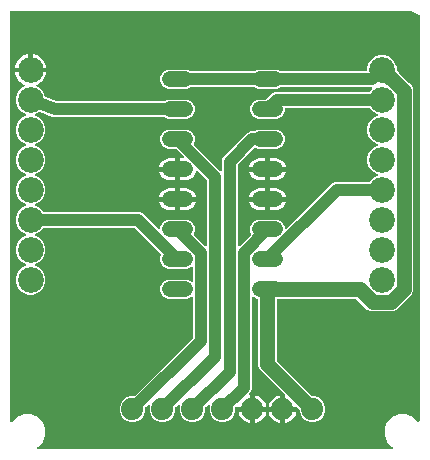
<source format=gbr>
G04 EAGLE Gerber X2 export*
%TF.Part,Single*%
%TF.FileFunction,Copper,L2,Bot,Mixed*%
%TF.FilePolarity,Positive*%
%TF.GenerationSoftware,Autodesk,EAGLE,8.6.0*%
%TF.CreationDate,2018-02-28T16:01:23Z*%
G75*
%MOMM*%
%FSLAX34Y34*%
%LPD*%
%AMOC8*
5,1,8,0,0,1.08239X$1,22.5*%
G01*
%ADD10C,1.320800*%
%ADD11C,1.879600*%
%ADD12C,2.184400*%
%ADD13C,1.016000*%
%ADD14C,1.270000*%

G36*
X320983Y4450D02*
X320983Y4450D01*
X321015Y4448D01*
X321122Y4470D01*
X321231Y4486D01*
X321260Y4499D01*
X321292Y4505D01*
X321388Y4557D01*
X321488Y4602D01*
X321512Y4623D01*
X321541Y4638D01*
X321619Y4714D01*
X321702Y4785D01*
X321720Y4812D01*
X321743Y4835D01*
X321796Y4930D01*
X321856Y5021D01*
X321866Y5052D01*
X321882Y5080D01*
X321907Y5187D01*
X321939Y5291D01*
X321939Y5323D01*
X321947Y5354D01*
X321941Y5464D01*
X321942Y5573D01*
X321934Y5604D01*
X321932Y5636D01*
X321896Y5739D01*
X321867Y5845D01*
X321850Y5872D01*
X321840Y5903D01*
X321786Y5976D01*
X321719Y6085D01*
X321683Y6117D01*
X321658Y6152D01*
X317347Y10462D01*
X315039Y16034D01*
X315039Y22066D01*
X317347Y27638D01*
X321612Y31903D01*
X327184Y34211D01*
X333216Y34211D01*
X338788Y31903D01*
X343048Y27642D01*
X343074Y27623D01*
X343095Y27598D01*
X343187Y27538D01*
X343274Y27473D01*
X343304Y27461D01*
X343331Y27444D01*
X343436Y27412D01*
X343538Y27373D01*
X343570Y27371D01*
X343601Y27361D01*
X343710Y27360D01*
X343819Y27351D01*
X343851Y27358D01*
X343883Y27358D01*
X343988Y27387D01*
X344095Y27409D01*
X344124Y27424D01*
X344155Y27433D01*
X344248Y27490D01*
X344344Y27541D01*
X344367Y27564D01*
X344395Y27581D01*
X344468Y27662D01*
X344546Y27738D01*
X344562Y27766D01*
X344584Y27790D01*
X344631Y27889D01*
X344685Y27984D01*
X344693Y28015D01*
X344707Y28044D01*
X344721Y28133D01*
X344750Y28258D01*
X344748Y28307D01*
X344754Y28349D01*
X344754Y371047D01*
X344738Y371161D01*
X344728Y371276D01*
X344718Y371301D01*
X344714Y371327D01*
X344667Y371432D01*
X344625Y371539D01*
X344609Y371560D01*
X344598Y371584D01*
X344523Y371671D01*
X344453Y371762D01*
X344433Y371777D01*
X344415Y371798D01*
X344270Y371893D01*
X344202Y371941D01*
X336997Y375544D01*
X336924Y375568D01*
X336855Y375602D01*
X336796Y375611D01*
X336729Y375633D01*
X336629Y375637D01*
X336550Y375649D01*
X-905Y375649D01*
X-969Y375640D01*
X-1033Y375641D01*
X-1108Y375620D01*
X-1184Y375609D01*
X-1243Y375583D01*
X-1305Y375566D01*
X-1371Y375525D01*
X-1441Y375493D01*
X-1490Y375451D01*
X-1545Y375418D01*
X-1597Y375360D01*
X-1655Y375310D01*
X-1691Y375256D01*
X-1734Y375208D01*
X-1767Y375139D01*
X-1810Y375074D01*
X-1829Y375012D01*
X-1857Y374955D01*
X-1868Y374885D01*
X-1892Y374804D01*
X-1893Y374719D01*
X-1904Y374650D01*
X-1904Y28299D01*
X-1900Y28267D01*
X-1902Y28235D01*
X-1880Y28128D01*
X-1864Y28019D01*
X-1851Y27990D01*
X-1845Y27958D01*
X-1793Y27862D01*
X-1748Y27762D01*
X-1727Y27738D01*
X-1712Y27709D01*
X-1636Y27631D01*
X-1565Y27548D01*
X-1538Y27530D01*
X-1515Y27507D01*
X-1420Y27454D01*
X-1329Y27394D01*
X-1298Y27384D01*
X-1270Y27368D01*
X-1164Y27343D01*
X-1059Y27311D01*
X-1027Y27311D01*
X-996Y27303D01*
X-886Y27309D01*
X-777Y27308D01*
X-746Y27316D01*
X-714Y27318D01*
X-611Y27354D01*
X-505Y27383D01*
X-478Y27400D01*
X-447Y27410D01*
X-374Y27464D01*
X-265Y27531D01*
X-233Y27567D01*
X-198Y27592D01*
X4112Y31903D01*
X9684Y34211D01*
X15716Y34211D01*
X21288Y31903D01*
X25553Y27638D01*
X27861Y22066D01*
X27861Y16034D01*
X25553Y10462D01*
X21242Y6152D01*
X21223Y6126D01*
X21198Y6105D01*
X21138Y6013D01*
X21073Y5926D01*
X21061Y5896D01*
X21044Y5869D01*
X21012Y5764D01*
X20973Y5662D01*
X20971Y5630D01*
X20961Y5599D01*
X20960Y5490D01*
X20951Y5381D01*
X20958Y5349D01*
X20958Y5317D01*
X20987Y5212D01*
X21009Y5105D01*
X21024Y5076D01*
X21033Y5045D01*
X21090Y4952D01*
X21141Y4856D01*
X21164Y4833D01*
X21181Y4805D01*
X21262Y4732D01*
X21338Y4654D01*
X21366Y4638D01*
X21390Y4616D01*
X21489Y4569D01*
X21584Y4515D01*
X21615Y4507D01*
X21644Y4493D01*
X21733Y4479D01*
X21858Y4450D01*
X21907Y4452D01*
X21949Y4446D01*
X320951Y4446D01*
X320983Y4450D01*
G37*
%LPC*%
G36*
X99427Y27177D02*
X99427Y27177D01*
X95413Y28840D01*
X92340Y31913D01*
X90677Y35927D01*
X90677Y40273D01*
X92340Y44287D01*
X95413Y47360D01*
X99427Y49023D01*
X102768Y49023D01*
X102863Y49036D01*
X102959Y49041D01*
X103003Y49056D01*
X103048Y49063D01*
X103135Y49102D01*
X103226Y49134D01*
X103260Y49159D01*
X103304Y49179D01*
X103402Y49262D01*
X103475Y49315D01*
X152615Y98455D01*
X152672Y98532D01*
X152737Y98603D01*
X152757Y98644D01*
X152784Y98681D01*
X152818Y98771D01*
X152860Y98857D01*
X152866Y98899D01*
X152883Y98945D01*
X152893Y99072D01*
X152907Y99162D01*
X152907Y132395D01*
X152903Y132427D01*
X152905Y132459D01*
X152883Y132566D01*
X152867Y132674D01*
X152854Y132704D01*
X152848Y132735D01*
X152796Y132832D01*
X152751Y132931D01*
X152730Y132956D01*
X152715Y132984D01*
X152639Y133063D01*
X152568Y133146D01*
X152541Y133163D01*
X152518Y133186D01*
X152423Y133240D01*
X152332Y133300D01*
X152301Y133309D01*
X152273Y133325D01*
X152167Y133350D01*
X152062Y133382D01*
X152030Y133383D01*
X151998Y133390D01*
X151889Y133385D01*
X151780Y133386D01*
X151749Y133378D01*
X151717Y133376D01*
X151614Y133340D01*
X151508Y133311D01*
X151481Y133294D01*
X151450Y133283D01*
X151377Y133230D01*
X151268Y133163D01*
X151236Y133127D01*
X151201Y133102D01*
X150909Y132809D01*
X147921Y131571D01*
X131479Y131571D01*
X128491Y132809D01*
X126205Y135095D01*
X124967Y138083D01*
X124967Y141317D01*
X126205Y144305D01*
X128491Y146591D01*
X131479Y147829D01*
X147921Y147829D01*
X150909Y146591D01*
X151201Y146298D01*
X151227Y146279D01*
X151248Y146254D01*
X151340Y146195D01*
X151427Y146129D01*
X151457Y146118D01*
X151484Y146100D01*
X151589Y146068D01*
X151691Y146030D01*
X151723Y146027D01*
X151754Y146018D01*
X151863Y146016D01*
X151972Y146008D01*
X152004Y146014D01*
X152036Y146014D01*
X152141Y146043D01*
X152248Y146065D01*
X152277Y146080D01*
X152308Y146089D01*
X152401Y146147D01*
X152497Y146198D01*
X152520Y146220D01*
X152548Y146237D01*
X152621Y146318D01*
X152699Y146395D01*
X152715Y146423D01*
X152737Y146447D01*
X152784Y146545D01*
X152838Y146640D01*
X152846Y146671D01*
X152860Y146700D01*
X152874Y146790D01*
X152903Y146914D01*
X152901Y146963D01*
X152907Y147005D01*
X152907Y157795D01*
X152903Y157827D01*
X152905Y157859D01*
X152883Y157966D01*
X152867Y158074D01*
X152854Y158104D01*
X152848Y158135D01*
X152796Y158232D01*
X152751Y158331D01*
X152730Y158356D01*
X152715Y158384D01*
X152639Y158463D01*
X152568Y158546D01*
X152541Y158563D01*
X152518Y158586D01*
X152423Y158640D01*
X152332Y158700D01*
X152301Y158709D01*
X152273Y158725D01*
X152167Y158750D01*
X152062Y158782D01*
X152030Y158783D01*
X151998Y158790D01*
X151889Y158785D01*
X151780Y158786D01*
X151749Y158778D01*
X151717Y158776D01*
X151614Y158740D01*
X151508Y158711D01*
X151481Y158694D01*
X151450Y158683D01*
X151377Y158630D01*
X151268Y158563D01*
X151236Y158527D01*
X151201Y158502D01*
X150909Y158209D01*
X147921Y156971D01*
X131479Y156971D01*
X128491Y158209D01*
X126205Y160495D01*
X124967Y163483D01*
X124967Y166717D01*
X125818Y168770D01*
X125820Y168779D01*
X125825Y168787D01*
X125855Y168916D01*
X125888Y169043D01*
X125887Y169052D01*
X125890Y169061D01*
X125883Y169194D01*
X125879Y169325D01*
X125876Y169334D01*
X125875Y169343D01*
X125832Y169468D01*
X125791Y169593D01*
X125786Y169601D01*
X125783Y169610D01*
X125737Y169672D01*
X125632Y169826D01*
X125614Y169841D01*
X125601Y169859D01*
X103907Y191553D01*
X103830Y191610D01*
X103759Y191675D01*
X103718Y191695D01*
X103681Y191722D01*
X103591Y191756D01*
X103505Y191798D01*
X103463Y191804D01*
X103417Y191821D01*
X103290Y191831D01*
X103200Y191845D01*
X26654Y191845D01*
X26644Y191844D01*
X26634Y191845D01*
X26504Y191824D01*
X26375Y191805D01*
X26366Y191801D01*
X26356Y191800D01*
X26237Y191743D01*
X26118Y191689D01*
X26110Y191683D01*
X26101Y191678D01*
X26003Y191591D01*
X25951Y191546D01*
X25942Y191540D01*
X25935Y191533D01*
X25904Y191506D01*
X25898Y191497D01*
X25891Y191491D01*
X25887Y191485D01*
X22301Y187898D01*
X19343Y186673D01*
X19315Y186657D01*
X19285Y186647D01*
X19194Y186585D01*
X19100Y186530D01*
X19078Y186506D01*
X19052Y186488D01*
X18982Y186404D01*
X18907Y186324D01*
X18893Y186295D01*
X18872Y186270D01*
X18829Y186170D01*
X18780Y186072D01*
X18774Y186041D01*
X18761Y186011D01*
X18748Y185903D01*
X18727Y185795D01*
X18730Y185763D01*
X18726Y185731D01*
X18744Y185623D01*
X18754Y185515D01*
X18766Y185485D01*
X18771Y185453D01*
X18818Y185354D01*
X18859Y185253D01*
X18879Y185227D01*
X18893Y185198D01*
X18965Y185116D01*
X19032Y185030D01*
X19059Y185011D01*
X19080Y184987D01*
X19157Y184940D01*
X19261Y184865D01*
X19307Y184849D01*
X19343Y184827D01*
X22301Y183602D01*
X25802Y180101D01*
X27697Y175526D01*
X27697Y170574D01*
X25802Y165999D01*
X22301Y162498D01*
X19343Y161273D01*
X19315Y161257D01*
X19285Y161247D01*
X19194Y161185D01*
X19100Y161130D01*
X19078Y161106D01*
X19052Y161088D01*
X18982Y161004D01*
X18907Y160924D01*
X18893Y160895D01*
X18872Y160870D01*
X18829Y160770D01*
X18780Y160672D01*
X18774Y160641D01*
X18761Y160611D01*
X18748Y160503D01*
X18727Y160395D01*
X18730Y160363D01*
X18726Y160331D01*
X18744Y160223D01*
X18754Y160115D01*
X18766Y160085D01*
X18771Y160053D01*
X18818Y159954D01*
X18859Y159853D01*
X18879Y159827D01*
X18893Y159798D01*
X18965Y159716D01*
X19032Y159630D01*
X19059Y159611D01*
X19080Y159587D01*
X19157Y159540D01*
X19261Y159465D01*
X19307Y159449D01*
X19343Y159427D01*
X22301Y158202D01*
X25802Y154701D01*
X27697Y150126D01*
X27697Y145174D01*
X25802Y140599D01*
X22301Y137098D01*
X17726Y135203D01*
X12774Y135203D01*
X8199Y137098D01*
X4698Y140599D01*
X2803Y145174D01*
X2803Y150126D01*
X4698Y154701D01*
X8199Y158202D01*
X11157Y159427D01*
X11185Y159443D01*
X11215Y159453D01*
X11306Y159515D01*
X11400Y159570D01*
X11422Y159594D01*
X11448Y159612D01*
X11518Y159697D01*
X11593Y159776D01*
X11607Y159805D01*
X11628Y159830D01*
X11671Y159930D01*
X11720Y160028D01*
X11726Y160059D01*
X11739Y160089D01*
X11752Y160197D01*
X11773Y160305D01*
X11770Y160337D01*
X11774Y160369D01*
X11756Y160477D01*
X11746Y160585D01*
X11734Y160615D01*
X11729Y160647D01*
X11682Y160746D01*
X11641Y160847D01*
X11621Y160873D01*
X11607Y160902D01*
X11535Y160984D01*
X11468Y161070D01*
X11441Y161089D01*
X11420Y161113D01*
X11343Y161160D01*
X11239Y161235D01*
X11193Y161251D01*
X11157Y161273D01*
X8199Y162498D01*
X4698Y165999D01*
X2803Y170574D01*
X2803Y175526D01*
X4698Y180101D01*
X8199Y183602D01*
X11157Y184827D01*
X11185Y184843D01*
X11215Y184853D01*
X11306Y184915D01*
X11400Y184970D01*
X11422Y184994D01*
X11448Y185012D01*
X11518Y185097D01*
X11593Y185176D01*
X11607Y185205D01*
X11628Y185230D01*
X11671Y185330D01*
X11720Y185428D01*
X11726Y185459D01*
X11739Y185489D01*
X11752Y185597D01*
X11773Y185705D01*
X11770Y185737D01*
X11774Y185769D01*
X11756Y185877D01*
X11746Y185985D01*
X11734Y186015D01*
X11729Y186047D01*
X11682Y186146D01*
X11641Y186247D01*
X11621Y186273D01*
X11607Y186302D01*
X11535Y186384D01*
X11468Y186470D01*
X11441Y186489D01*
X11420Y186513D01*
X11343Y186560D01*
X11239Y186635D01*
X11193Y186651D01*
X11157Y186673D01*
X8199Y187898D01*
X4698Y191399D01*
X2803Y195974D01*
X2803Y200926D01*
X4698Y205501D01*
X8199Y209002D01*
X11157Y210227D01*
X11185Y210243D01*
X11215Y210253D01*
X11306Y210315D01*
X11400Y210370D01*
X11422Y210394D01*
X11448Y210412D01*
X11518Y210497D01*
X11593Y210576D01*
X11607Y210605D01*
X11628Y210630D01*
X11671Y210730D01*
X11720Y210828D01*
X11726Y210859D01*
X11739Y210889D01*
X11752Y210997D01*
X11773Y211105D01*
X11770Y211137D01*
X11774Y211169D01*
X11756Y211277D01*
X11746Y211385D01*
X11734Y211415D01*
X11729Y211447D01*
X11682Y211546D01*
X11641Y211647D01*
X11621Y211673D01*
X11607Y211702D01*
X11535Y211784D01*
X11468Y211870D01*
X11441Y211889D01*
X11420Y211913D01*
X11343Y211960D01*
X11239Y212035D01*
X11193Y212051D01*
X11157Y212073D01*
X8199Y213298D01*
X4698Y216799D01*
X2803Y221374D01*
X2803Y226326D01*
X4698Y230901D01*
X8199Y234402D01*
X11157Y235627D01*
X11185Y235643D01*
X11215Y235653D01*
X11306Y235715D01*
X11400Y235770D01*
X11422Y235794D01*
X11448Y235812D01*
X11518Y235897D01*
X11593Y235976D01*
X11607Y236005D01*
X11628Y236030D01*
X11671Y236130D01*
X11720Y236228D01*
X11726Y236259D01*
X11739Y236289D01*
X11752Y236397D01*
X11773Y236505D01*
X11770Y236537D01*
X11774Y236569D01*
X11756Y236677D01*
X11746Y236785D01*
X11734Y236815D01*
X11729Y236847D01*
X11682Y236946D01*
X11641Y237047D01*
X11621Y237073D01*
X11607Y237102D01*
X11535Y237184D01*
X11468Y237270D01*
X11441Y237289D01*
X11420Y237313D01*
X11343Y237360D01*
X11239Y237435D01*
X11193Y237451D01*
X11157Y237473D01*
X8199Y238698D01*
X4698Y242199D01*
X2803Y246774D01*
X2803Y251726D01*
X4698Y256301D01*
X8199Y259802D01*
X11157Y261027D01*
X11185Y261043D01*
X11215Y261053D01*
X11306Y261115D01*
X11400Y261170D01*
X11422Y261194D01*
X11448Y261212D01*
X11518Y261297D01*
X11593Y261376D01*
X11607Y261405D01*
X11628Y261430D01*
X11671Y261530D01*
X11720Y261628D01*
X11726Y261659D01*
X11739Y261689D01*
X11752Y261797D01*
X11773Y261905D01*
X11770Y261937D01*
X11774Y261969D01*
X11756Y262077D01*
X11746Y262185D01*
X11734Y262215D01*
X11729Y262247D01*
X11682Y262346D01*
X11641Y262447D01*
X11621Y262473D01*
X11607Y262502D01*
X11535Y262584D01*
X11468Y262670D01*
X11441Y262689D01*
X11420Y262713D01*
X11343Y262760D01*
X11239Y262835D01*
X11193Y262851D01*
X11157Y262873D01*
X8199Y264098D01*
X4698Y267599D01*
X2803Y272174D01*
X2803Y277126D01*
X4698Y281701D01*
X8199Y285202D01*
X11157Y286427D01*
X11185Y286443D01*
X11215Y286453D01*
X11306Y286515D01*
X11400Y286570D01*
X11422Y286594D01*
X11448Y286612D01*
X11518Y286697D01*
X11593Y286776D01*
X11607Y286805D01*
X11628Y286830D01*
X11671Y286930D01*
X11720Y287028D01*
X11726Y287059D01*
X11739Y287089D01*
X11752Y287197D01*
X11773Y287305D01*
X11770Y287337D01*
X11774Y287369D01*
X11756Y287477D01*
X11746Y287585D01*
X11734Y287615D01*
X11729Y287647D01*
X11682Y287746D01*
X11641Y287847D01*
X11621Y287873D01*
X11607Y287902D01*
X11535Y287984D01*
X11468Y288070D01*
X11441Y288089D01*
X11420Y288113D01*
X11343Y288160D01*
X11239Y288235D01*
X11193Y288251D01*
X11157Y288273D01*
X8199Y289498D01*
X4698Y292999D01*
X2803Y297574D01*
X2803Y302526D01*
X4698Y307101D01*
X8199Y310602D01*
X9803Y311266D01*
X9918Y311334D01*
X10034Y311401D01*
X10039Y311406D01*
X10046Y311410D01*
X10137Y311507D01*
X10230Y311604D01*
X10234Y311610D01*
X10239Y311615D01*
X10299Y311734D01*
X10362Y311853D01*
X10363Y311860D01*
X10366Y311867D01*
X10391Y311999D01*
X10418Y312130D01*
X10417Y312137D01*
X10419Y312144D01*
X10406Y312277D01*
X10395Y312411D01*
X10392Y312417D01*
X10392Y312425D01*
X10342Y312549D01*
X10294Y312674D01*
X10290Y312680D01*
X10287Y312687D01*
X10205Y312792D01*
X10124Y312899D01*
X10118Y312903D01*
X10114Y312909D01*
X9934Y313038D01*
X9929Y313043D01*
X9924Y313046D01*
X9885Y313074D01*
X9879Y313076D01*
X9874Y313080D01*
X8194Y313936D01*
X6480Y315181D01*
X4981Y316680D01*
X3736Y318394D01*
X2774Y320282D01*
X2119Y322298D01*
X1936Y323451D01*
X14250Y323451D01*
X14313Y323460D01*
X14378Y323459D01*
X14452Y323480D01*
X14529Y323491D01*
X14588Y323517D01*
X14650Y323534D01*
X14716Y323575D01*
X14786Y323607D01*
X14835Y323649D01*
X14890Y323682D01*
X14941Y323740D01*
X15000Y323790D01*
X15036Y323844D01*
X15079Y323892D01*
X15112Y323961D01*
X15155Y324026D01*
X15174Y324088D01*
X15202Y324145D01*
X15212Y324215D01*
X15237Y324296D01*
X15238Y324381D01*
X15249Y324450D01*
X15249Y325451D01*
X15251Y325451D01*
X15251Y324450D01*
X15260Y324386D01*
X15259Y324322D01*
X15280Y324247D01*
X15291Y324171D01*
X15317Y324112D01*
X15334Y324050D01*
X15375Y323984D01*
X15407Y323914D01*
X15449Y323865D01*
X15482Y323810D01*
X15540Y323758D01*
X15590Y323700D01*
X15644Y323664D01*
X15692Y323621D01*
X15761Y323588D01*
X15826Y323545D01*
X15888Y323526D01*
X15946Y323498D01*
X16015Y323487D01*
X16096Y323463D01*
X16181Y323462D01*
X16250Y323451D01*
X28564Y323451D01*
X28391Y322361D01*
X28381Y322298D01*
X27726Y320282D01*
X26764Y318394D01*
X25519Y316680D01*
X24020Y315181D01*
X22306Y313936D01*
X20626Y313080D01*
X20598Y313060D01*
X20593Y313058D01*
X20586Y313051D01*
X20516Y313002D01*
X20406Y312927D01*
X20401Y312921D01*
X20395Y312917D01*
X20312Y312813D01*
X20226Y312709D01*
X20223Y312703D01*
X20219Y312697D01*
X20168Y312573D01*
X20115Y312450D01*
X20114Y312443D01*
X20111Y312436D01*
X20097Y312303D01*
X20080Y312170D01*
X20082Y312163D01*
X20081Y312156D01*
X20104Y312024D01*
X20125Y311892D01*
X20129Y311885D01*
X20130Y311878D01*
X20189Y311759D01*
X20246Y311637D01*
X20251Y311632D01*
X20254Y311625D01*
X20345Y311527D01*
X20434Y311426D01*
X20440Y311423D01*
X20445Y311417D01*
X20686Y311271D01*
X20692Y311269D01*
X20697Y311266D01*
X22301Y310602D01*
X25802Y307101D01*
X27646Y302648D01*
X27701Y302556D01*
X27749Y302460D01*
X27772Y302435D01*
X27790Y302405D01*
X27868Y302332D01*
X27941Y302254D01*
X27969Y302237D01*
X27995Y302212D01*
X28128Y302145D01*
X28207Y302099D01*
X36764Y298773D01*
X36794Y298766D01*
X36821Y298752D01*
X36911Y298738D01*
X37039Y298709D01*
X37085Y298711D01*
X37126Y298705D01*
X127791Y298705D01*
X127886Y298718D01*
X127982Y298723D01*
X128025Y298738D01*
X128070Y298745D01*
X128158Y298784D01*
X128249Y298816D01*
X128283Y298841D01*
X128327Y298861D01*
X128424Y298944D01*
X128486Y298989D01*
X131479Y300229D01*
X147921Y300229D01*
X150909Y298991D01*
X153195Y296705D01*
X154433Y293717D01*
X154433Y290483D01*
X153195Y287495D01*
X150909Y285209D01*
X147921Y283971D01*
X131479Y283971D01*
X128487Y285211D01*
X128421Y285260D01*
X128349Y285325D01*
X128309Y285345D01*
X128272Y285372D01*
X128182Y285406D01*
X128096Y285448D01*
X128054Y285454D01*
X128008Y285471D01*
X127881Y285481D01*
X127791Y285495D01*
X35783Y285495D01*
X35772Y285494D01*
X35761Y285495D01*
X34468Y285467D01*
X34440Y285473D01*
X33249Y285966D01*
X33238Y285969D01*
X33229Y285974D01*
X23433Y289783D01*
X23430Y289784D01*
X23300Y289814D01*
X23158Y289848D01*
X23157Y289847D01*
X23155Y289848D01*
X23020Y289841D01*
X22877Y289833D01*
X22875Y289833D01*
X22874Y289833D01*
X22740Y289786D01*
X22610Y289741D01*
X22609Y289740D01*
X22608Y289739D01*
X22378Y289575D01*
X22370Y289566D01*
X22361Y289559D01*
X22300Y289498D01*
X19343Y288273D01*
X19315Y288257D01*
X19285Y288247D01*
X19194Y288185D01*
X19100Y288130D01*
X19078Y288106D01*
X19052Y288088D01*
X18982Y288004D01*
X18907Y287924D01*
X18893Y287895D01*
X18872Y287870D01*
X18829Y287770D01*
X18780Y287672D01*
X18774Y287641D01*
X18761Y287611D01*
X18748Y287503D01*
X18727Y287395D01*
X18730Y287363D01*
X18726Y287331D01*
X18744Y287223D01*
X18754Y287115D01*
X18766Y287085D01*
X18771Y287053D01*
X18818Y286954D01*
X18859Y286853D01*
X18879Y286827D01*
X18893Y286798D01*
X18965Y286716D01*
X19032Y286630D01*
X19059Y286611D01*
X19080Y286587D01*
X19157Y286540D01*
X19261Y286465D01*
X19307Y286449D01*
X19343Y286427D01*
X22301Y285202D01*
X25802Y281701D01*
X27697Y277126D01*
X27697Y272174D01*
X25802Y267599D01*
X22301Y264098D01*
X19343Y262873D01*
X19315Y262857D01*
X19285Y262847D01*
X19194Y262785D01*
X19100Y262730D01*
X19078Y262706D01*
X19052Y262688D01*
X18982Y262604D01*
X18907Y262524D01*
X18893Y262495D01*
X18872Y262470D01*
X18829Y262370D01*
X18780Y262272D01*
X18774Y262241D01*
X18761Y262211D01*
X18748Y262103D01*
X18727Y261995D01*
X18730Y261963D01*
X18726Y261931D01*
X18744Y261823D01*
X18754Y261715D01*
X18766Y261685D01*
X18771Y261653D01*
X18818Y261554D01*
X18859Y261453D01*
X18879Y261427D01*
X18893Y261398D01*
X18965Y261316D01*
X19032Y261230D01*
X19059Y261211D01*
X19080Y261187D01*
X19157Y261140D01*
X19261Y261065D01*
X19307Y261049D01*
X19343Y261027D01*
X22301Y259802D01*
X25802Y256301D01*
X27697Y251726D01*
X27697Y246774D01*
X25802Y242199D01*
X22301Y238698D01*
X19343Y237473D01*
X19315Y237457D01*
X19285Y237447D01*
X19194Y237385D01*
X19100Y237330D01*
X19078Y237306D01*
X19052Y237288D01*
X18982Y237204D01*
X18907Y237124D01*
X18893Y237095D01*
X18872Y237070D01*
X18829Y236970D01*
X18780Y236872D01*
X18774Y236841D01*
X18761Y236811D01*
X18748Y236703D01*
X18727Y236595D01*
X18730Y236563D01*
X18726Y236531D01*
X18744Y236423D01*
X18754Y236315D01*
X18766Y236285D01*
X18771Y236253D01*
X18818Y236154D01*
X18859Y236053D01*
X18879Y236027D01*
X18893Y235998D01*
X18965Y235916D01*
X19032Y235830D01*
X19059Y235811D01*
X19080Y235787D01*
X19157Y235740D01*
X19261Y235665D01*
X19307Y235649D01*
X19343Y235627D01*
X22301Y234402D01*
X25802Y230901D01*
X27697Y226326D01*
X27697Y221374D01*
X25802Y216799D01*
X22301Y213298D01*
X19343Y212073D01*
X19315Y212057D01*
X19285Y212047D01*
X19194Y211985D01*
X19100Y211930D01*
X19078Y211906D01*
X19052Y211888D01*
X18982Y211804D01*
X18907Y211724D01*
X18893Y211695D01*
X18872Y211670D01*
X18829Y211570D01*
X18780Y211472D01*
X18774Y211441D01*
X18761Y211411D01*
X18748Y211303D01*
X18727Y211195D01*
X18730Y211163D01*
X18726Y211131D01*
X18744Y211023D01*
X18754Y210915D01*
X18766Y210885D01*
X18771Y210853D01*
X18818Y210754D01*
X18859Y210653D01*
X18879Y210627D01*
X18893Y210598D01*
X18965Y210516D01*
X19032Y210430D01*
X19059Y210411D01*
X19080Y210387D01*
X19157Y210340D01*
X19261Y210265D01*
X19307Y210249D01*
X19343Y210227D01*
X22301Y209002D01*
X25884Y205418D01*
X25886Y205414D01*
X25903Y205399D01*
X25942Y205360D01*
X25967Y205341D01*
X25984Y205326D01*
X26079Y205237D01*
X26088Y205232D01*
X26096Y205225D01*
X26214Y205168D01*
X26331Y205109D01*
X26341Y205107D01*
X26350Y205102D01*
X26427Y205090D01*
X26608Y205056D01*
X26632Y205058D01*
X26654Y205055D01*
X107664Y205055D01*
X110091Y204049D01*
X123261Y190879D01*
X123287Y190860D01*
X123308Y190835D01*
X123400Y190775D01*
X123487Y190710D01*
X123517Y190698D01*
X123544Y190681D01*
X123649Y190649D01*
X123751Y190610D01*
X123783Y190608D01*
X123814Y190598D01*
X123923Y190597D01*
X124032Y190588D01*
X124064Y190595D01*
X124096Y190595D01*
X124201Y190624D01*
X124308Y190646D01*
X124337Y190661D01*
X124368Y190670D01*
X124461Y190727D01*
X124557Y190779D01*
X124580Y190801D01*
X124608Y190818D01*
X124681Y190899D01*
X124759Y190975D01*
X124775Y191003D01*
X124797Y191027D01*
X124844Y191126D01*
X124898Y191221D01*
X124906Y191252D01*
X124920Y191281D01*
X124934Y191370D01*
X124963Y191495D01*
X124961Y191544D01*
X124967Y191586D01*
X124967Y192117D01*
X126205Y195105D01*
X128491Y197391D01*
X131479Y198629D01*
X147921Y198629D01*
X150909Y197391D01*
X153195Y195105D01*
X154433Y192117D01*
X154433Y188883D01*
X153548Y186748D01*
X153546Y186738D01*
X153541Y186730D01*
X153511Y186601D01*
X153478Y186474D01*
X153478Y186465D01*
X153476Y186456D01*
X153483Y186323D01*
X153487Y186193D01*
X153490Y186184D01*
X153491Y186174D01*
X153534Y186049D01*
X153575Y185924D01*
X153580Y185917D01*
X153583Y185908D01*
X153628Y185846D01*
X153733Y185691D01*
X153752Y185676D01*
X153765Y185659D01*
X162885Y176538D01*
X162911Y176519D01*
X162932Y176494D01*
X163024Y176434D01*
X163111Y176369D01*
X163141Y176357D01*
X163168Y176340D01*
X163273Y176308D01*
X163375Y176269D01*
X163407Y176267D01*
X163438Y176257D01*
X163547Y176256D01*
X163656Y176247D01*
X163688Y176254D01*
X163720Y176254D01*
X163825Y176283D01*
X163932Y176305D01*
X163961Y176320D01*
X163992Y176329D01*
X164085Y176386D01*
X164181Y176437D01*
X164204Y176460D01*
X164232Y176477D01*
X164305Y176558D01*
X164383Y176634D01*
X164399Y176662D01*
X164421Y176686D01*
X164468Y176784D01*
X164522Y176880D01*
X164530Y176911D01*
X164544Y176940D01*
X164558Y177029D01*
X164587Y177154D01*
X164585Y177203D01*
X164591Y177245D01*
X164591Y231937D01*
X164578Y232032D01*
X164573Y232128D01*
X164558Y232171D01*
X164551Y232216D01*
X164512Y232304D01*
X164480Y232395D01*
X164455Y232429D01*
X164435Y232473D01*
X164352Y232571D01*
X164299Y232644D01*
X156952Y239990D01*
X156892Y240035D01*
X156838Y240088D01*
X156780Y240120D01*
X156727Y240160D01*
X156656Y240186D01*
X156589Y240222D01*
X156525Y240236D01*
X156463Y240259D01*
X156387Y240265D01*
X156314Y240281D01*
X156248Y240276D01*
X156182Y240281D01*
X156108Y240265D01*
X156032Y240260D01*
X155970Y240237D01*
X155905Y240223D01*
X155839Y240188D01*
X155768Y240161D01*
X155715Y240122D01*
X155657Y240091D01*
X155602Y240038D01*
X155542Y239993D01*
X155502Y239940D01*
X155454Y239894D01*
X155417Y239828D01*
X155372Y239768D01*
X155352Y239716D01*
X155338Y239693D01*
X155335Y239682D01*
X155315Y239649D01*
X155293Y239553D01*
X155266Y239479D01*
X155097Y238633D01*
X154408Y236968D01*
X153407Y235470D01*
X152134Y234197D01*
X150636Y233196D01*
X148971Y232507D01*
X147205Y232155D01*
X141699Y232155D01*
X141699Y240300D01*
X141691Y240361D01*
X141691Y240397D01*
X141691Y240398D01*
X141691Y240428D01*
X141670Y240502D01*
X141659Y240579D01*
X141633Y240638D01*
X141616Y240700D01*
X141575Y240766D01*
X141543Y240836D01*
X141501Y240885D01*
X141468Y240940D01*
X141410Y240991D01*
X141360Y241050D01*
X141306Y241086D01*
X141258Y241129D01*
X141189Y241162D01*
X141124Y241205D01*
X141062Y241224D01*
X141005Y241252D01*
X140935Y241262D01*
X140854Y241287D01*
X140769Y241288D01*
X140700Y241299D01*
X139699Y241299D01*
X139699Y241301D01*
X140700Y241301D01*
X140764Y241310D01*
X140828Y241309D01*
X140903Y241330D01*
X140979Y241341D01*
X141038Y241367D01*
X141100Y241384D01*
X141166Y241425D01*
X141236Y241457D01*
X141285Y241499D01*
X141340Y241532D01*
X141392Y241590D01*
X141450Y241640D01*
X141486Y241694D01*
X141529Y241742D01*
X141562Y241811D01*
X141605Y241876D01*
X141624Y241938D01*
X141652Y241996D01*
X141662Y242065D01*
X141687Y242146D01*
X141688Y242231D01*
X141699Y242300D01*
X141699Y250445D01*
X144202Y250445D01*
X144234Y250449D01*
X144266Y250447D01*
X144373Y250469D01*
X144482Y250485D01*
X144511Y250498D01*
X144543Y250504D01*
X144639Y250556D01*
X144739Y250601D01*
X144763Y250622D01*
X144791Y250637D01*
X144870Y250713D01*
X144953Y250784D01*
X144970Y250811D01*
X144994Y250834D01*
X145047Y250929D01*
X145107Y251020D01*
X145117Y251051D01*
X145133Y251079D01*
X145158Y251186D01*
X145190Y251290D01*
X145190Y251322D01*
X145198Y251353D01*
X145192Y251463D01*
X145193Y251572D01*
X145185Y251603D01*
X145183Y251635D01*
X145147Y251738D01*
X145118Y251844D01*
X145101Y251871D01*
X145091Y251902D01*
X145037Y251975D01*
X144970Y252084D01*
X144934Y252116D01*
X144909Y252151D01*
X138781Y258279D01*
X138704Y258336D01*
X138633Y258401D01*
X138592Y258421D01*
X138555Y258448D01*
X138465Y258482D01*
X138379Y258524D01*
X138337Y258530D01*
X138291Y258547D01*
X138164Y258557D01*
X138074Y258571D01*
X131479Y258571D01*
X128491Y259809D01*
X126205Y262095D01*
X124967Y265083D01*
X124967Y268317D01*
X126205Y271305D01*
X128491Y273591D01*
X131479Y274829D01*
X147921Y274829D01*
X150909Y273591D01*
X153195Y271305D01*
X154433Y268317D01*
X154433Y265083D01*
X153582Y263030D01*
X153580Y263021D01*
X153575Y263013D01*
X153545Y262884D01*
X153512Y262757D01*
X153513Y262748D01*
X153510Y262739D01*
X153517Y262606D01*
X153521Y262475D01*
X153524Y262466D01*
X153525Y262457D01*
X153568Y262332D01*
X153609Y262207D01*
X153614Y262199D01*
X153617Y262190D01*
X153663Y262128D01*
X153768Y261974D01*
X153786Y261959D01*
X153799Y261941D01*
X157999Y257741D01*
X158006Y257725D01*
X158027Y257689D01*
X158041Y257650D01*
X158092Y257580D01*
X158149Y257482D01*
X158193Y257442D01*
X158223Y257401D01*
X175839Y239784D01*
X175865Y239765D01*
X175886Y239740D01*
X175978Y239680D01*
X176065Y239615D01*
X176095Y239603D01*
X176122Y239586D01*
X176227Y239554D01*
X176329Y239515D01*
X176361Y239513D01*
X176392Y239503D01*
X176501Y239502D01*
X176610Y239493D01*
X176642Y239500D01*
X176674Y239500D01*
X176779Y239529D01*
X176886Y239551D01*
X176915Y239566D01*
X176946Y239575D01*
X177039Y239632D01*
X177135Y239683D01*
X177158Y239706D01*
X177186Y239723D01*
X177259Y239804D01*
X177337Y239880D01*
X177353Y239908D01*
X177375Y239932D01*
X177422Y240030D01*
X177476Y240126D01*
X177484Y240157D01*
X177498Y240186D01*
X177512Y240275D01*
X177541Y240400D01*
X177539Y240449D01*
X177545Y240491D01*
X177545Y248964D01*
X178551Y251391D01*
X199459Y272299D01*
X201886Y273305D01*
X203991Y273305D01*
X204086Y273318D01*
X204182Y273323D01*
X204225Y273338D01*
X204270Y273345D01*
X204358Y273384D01*
X204449Y273416D01*
X204483Y273441D01*
X204527Y273461D01*
X204625Y273544D01*
X204686Y273589D01*
X207679Y274829D01*
X224121Y274829D01*
X227109Y273591D01*
X229395Y271305D01*
X230633Y268317D01*
X230633Y265083D01*
X229395Y262095D01*
X227109Y259809D01*
X224121Y258571D01*
X207679Y258571D01*
X205986Y259273D01*
X205976Y259275D01*
X205968Y259280D01*
X205839Y259310D01*
X205712Y259343D01*
X205703Y259342D01*
X205694Y259345D01*
X205561Y259338D01*
X205431Y259334D01*
X205422Y259331D01*
X205412Y259330D01*
X205288Y259287D01*
X205162Y259246D01*
X205154Y259241D01*
X205146Y259238D01*
X205084Y259193D01*
X204929Y259087D01*
X204914Y259069D01*
X204897Y259056D01*
X191047Y245207D01*
X190990Y245130D01*
X190925Y245059D01*
X190905Y245018D01*
X190878Y244981D01*
X190844Y244891D01*
X190802Y244805D01*
X190796Y244763D01*
X190779Y244717D01*
X190769Y244590D01*
X190755Y244500D01*
X190755Y176991D01*
X190759Y176958D01*
X190757Y176926D01*
X190779Y176819D01*
X190795Y176711D01*
X190808Y176682D01*
X190815Y176650D01*
X190866Y176554D01*
X190911Y176454D01*
X190932Y176430D01*
X190947Y176401D01*
X191023Y176323D01*
X191094Y176240D01*
X191121Y176222D01*
X191144Y176199D01*
X191239Y176145D01*
X191330Y176086D01*
X191361Y176076D01*
X191390Y176060D01*
X191496Y176035D01*
X191600Y176003D01*
X191632Y176003D01*
X191664Y175995D01*
X191773Y176001D01*
X191882Y176000D01*
X191913Y176008D01*
X191946Y176010D01*
X192049Y176046D01*
X192154Y176075D01*
X192181Y176092D01*
X192212Y176103D01*
X192285Y176156D01*
X192394Y176223D01*
X192426Y176259D01*
X192461Y176284D01*
X192488Y176311D01*
X201835Y185659D01*
X201841Y185666D01*
X201848Y185672D01*
X201926Y185779D01*
X202005Y185884D01*
X202008Y185893D01*
X202013Y185901D01*
X202057Y186024D01*
X202104Y186148D01*
X202105Y186158D01*
X202108Y186167D01*
X202116Y186298D01*
X202126Y186429D01*
X202124Y186439D01*
X202124Y186448D01*
X202106Y186523D01*
X202068Y186705D01*
X202057Y186727D01*
X202052Y186748D01*
X201167Y188883D01*
X201167Y192117D01*
X202405Y195105D01*
X204691Y197391D01*
X207679Y198629D01*
X224121Y198629D01*
X227109Y197391D01*
X229395Y195105D01*
X230633Y192117D01*
X230633Y191586D01*
X230637Y191554D01*
X230635Y191522D01*
X230657Y191415D01*
X230673Y191306D01*
X230686Y191277D01*
X230692Y191245D01*
X230744Y191149D01*
X230789Y191049D01*
X230810Y191025D01*
X230825Y190997D01*
X230901Y190918D01*
X230972Y190835D01*
X230999Y190818D01*
X231022Y190794D01*
X231117Y190741D01*
X231208Y190681D01*
X231239Y190671D01*
X231267Y190655D01*
X231374Y190630D01*
X231478Y190598D01*
X231510Y190598D01*
X231541Y190590D01*
X231651Y190596D01*
X231760Y190595D01*
X231791Y190603D01*
X231823Y190605D01*
X231926Y190641D01*
X232032Y190670D01*
X232059Y190687D01*
X232090Y190697D01*
X232163Y190751D01*
X232272Y190818D01*
X232304Y190854D01*
X232339Y190879D01*
X270909Y229449D01*
X273336Y230455D01*
X301346Y230455D01*
X301356Y230456D01*
X301366Y230455D01*
X301496Y230476D01*
X301625Y230495D01*
X301634Y230499D01*
X301644Y230500D01*
X301763Y230557D01*
X301882Y230611D01*
X301890Y230617D01*
X301899Y230622D01*
X301997Y230709D01*
X302049Y230754D01*
X302058Y230760D01*
X302065Y230767D01*
X302096Y230794D01*
X302102Y230803D01*
X302109Y230809D01*
X302113Y230815D01*
X305699Y234402D01*
X308657Y235627D01*
X308685Y235643D01*
X308715Y235653D01*
X308806Y235715D01*
X308900Y235770D01*
X308922Y235794D01*
X308948Y235812D01*
X309018Y235896D01*
X309093Y235976D01*
X309107Y236005D01*
X309128Y236030D01*
X309171Y236130D01*
X309220Y236228D01*
X309226Y236259D01*
X309239Y236289D01*
X309252Y236397D01*
X309273Y236505D01*
X309270Y236537D01*
X309274Y236569D01*
X309256Y236677D01*
X309246Y236785D01*
X309234Y236815D01*
X309229Y236847D01*
X309182Y236946D01*
X309141Y237047D01*
X309121Y237073D01*
X309107Y237102D01*
X309035Y237184D01*
X308968Y237270D01*
X308941Y237289D01*
X308920Y237313D01*
X308843Y237360D01*
X308739Y237435D01*
X308693Y237451D01*
X308657Y237473D01*
X305699Y238698D01*
X302198Y242199D01*
X300303Y246774D01*
X300303Y251726D01*
X302198Y256301D01*
X305699Y259802D01*
X308657Y261027D01*
X308685Y261043D01*
X308715Y261053D01*
X308806Y261115D01*
X308900Y261170D01*
X308922Y261194D01*
X308948Y261212D01*
X309018Y261296D01*
X309093Y261376D01*
X309107Y261405D01*
X309128Y261430D01*
X309171Y261530D01*
X309220Y261628D01*
X309226Y261659D01*
X309239Y261689D01*
X309252Y261797D01*
X309273Y261905D01*
X309270Y261937D01*
X309274Y261969D01*
X309256Y262077D01*
X309246Y262185D01*
X309234Y262215D01*
X309229Y262247D01*
X309182Y262346D01*
X309141Y262447D01*
X309121Y262473D01*
X309107Y262502D01*
X309035Y262584D01*
X308968Y262670D01*
X308941Y262689D01*
X308920Y262713D01*
X308843Y262760D01*
X308739Y262835D01*
X308693Y262851D01*
X308657Y262873D01*
X305699Y264098D01*
X302198Y267599D01*
X300303Y272174D01*
X300303Y277126D01*
X302198Y281701D01*
X305699Y285202D01*
X308657Y286427D01*
X308685Y286443D01*
X308715Y286453D01*
X308806Y286515D01*
X308900Y286570D01*
X308922Y286594D01*
X308948Y286612D01*
X309018Y286696D01*
X309093Y286776D01*
X309107Y286805D01*
X309128Y286830D01*
X309171Y286930D01*
X309220Y287028D01*
X309226Y287059D01*
X309239Y287089D01*
X309252Y287197D01*
X309273Y287305D01*
X309270Y287337D01*
X309274Y287369D01*
X309256Y287477D01*
X309246Y287585D01*
X309234Y287615D01*
X309229Y287647D01*
X309182Y287746D01*
X309141Y287847D01*
X309121Y287873D01*
X309107Y287902D01*
X309035Y287984D01*
X308968Y288070D01*
X308941Y288089D01*
X308920Y288113D01*
X308843Y288160D01*
X308739Y288235D01*
X308693Y288251D01*
X308657Y288273D01*
X305699Y289498D01*
X302116Y293082D01*
X302114Y293086D01*
X302097Y293101D01*
X302058Y293140D01*
X302033Y293159D01*
X302016Y293174D01*
X301921Y293263D01*
X301912Y293268D01*
X301904Y293275D01*
X301786Y293332D01*
X301669Y293391D01*
X301659Y293393D01*
X301650Y293398D01*
X301573Y293410D01*
X301392Y293444D01*
X301368Y293442D01*
X301346Y293445D01*
X231632Y293445D01*
X231568Y293436D01*
X231504Y293437D01*
X231429Y293416D01*
X231353Y293405D01*
X231294Y293379D01*
X231232Y293362D01*
X231166Y293321D01*
X231096Y293289D01*
X231047Y293247D01*
X230992Y293214D01*
X230940Y293156D01*
X230882Y293106D01*
X230846Y293052D01*
X230803Y293004D01*
X230770Y292935D01*
X230727Y292870D01*
X230708Y292808D01*
X230680Y292751D01*
X230669Y292681D01*
X230645Y292600D01*
X230644Y292515D01*
X230633Y292446D01*
X230633Y290483D01*
X229395Y287495D01*
X227109Y285209D01*
X224121Y283971D01*
X207679Y283971D01*
X204691Y285209D01*
X202405Y287495D01*
X201167Y290483D01*
X201167Y293717D01*
X202405Y296705D01*
X204691Y298991D01*
X207679Y300229D01*
X214274Y300229D01*
X214369Y300242D01*
X214465Y300247D01*
X214509Y300262D01*
X214554Y300269D01*
X214641Y300308D01*
X214732Y300340D01*
X214766Y300365D01*
X214810Y300385D01*
X214908Y300468D01*
X214981Y300521D01*
X220109Y305649D01*
X222536Y306655D01*
X301346Y306655D01*
X301356Y306656D01*
X301366Y306655D01*
X301496Y306676D01*
X301625Y306695D01*
X301634Y306699D01*
X301644Y306700D01*
X301763Y306757D01*
X301882Y306811D01*
X301890Y306817D01*
X301899Y306822D01*
X301997Y306909D01*
X302049Y306954D01*
X302058Y306960D01*
X302065Y306968D01*
X302096Y306994D01*
X302102Y307003D01*
X302109Y307009D01*
X302113Y307015D01*
X304287Y309189D01*
X304306Y309215D01*
X304331Y309236D01*
X304391Y309328D01*
X304456Y309415D01*
X304468Y309445D01*
X304485Y309472D01*
X304517Y309577D01*
X304556Y309679D01*
X304558Y309711D01*
X304568Y309742D01*
X304569Y309851D01*
X304578Y309960D01*
X304571Y309992D01*
X304572Y310024D01*
X304542Y310129D01*
X304520Y310236D01*
X304505Y310265D01*
X304496Y310296D01*
X304439Y310389D01*
X304388Y310485D01*
X304365Y310508D01*
X304348Y310536D01*
X304267Y310609D01*
X304191Y310687D01*
X304163Y310703D01*
X304139Y310725D01*
X304041Y310772D01*
X303946Y310826D01*
X303914Y310834D01*
X303885Y310848D01*
X303796Y310862D01*
X303671Y310891D01*
X303623Y310889D01*
X303581Y310895D01*
X227809Y310895D01*
X227714Y310882D01*
X227618Y310877D01*
X227575Y310862D01*
X227530Y310855D01*
X227442Y310816D01*
X227351Y310784D01*
X227317Y310759D01*
X227273Y310739D01*
X227176Y310656D01*
X227114Y310611D01*
X224121Y309371D01*
X207679Y309371D01*
X204687Y310611D01*
X204621Y310660D01*
X204549Y310725D01*
X204508Y310745D01*
X204472Y310772D01*
X204382Y310806D01*
X204296Y310848D01*
X204254Y310854D01*
X204208Y310871D01*
X204081Y310881D01*
X203991Y310895D01*
X151609Y310895D01*
X151514Y310882D01*
X151418Y310877D01*
X151375Y310862D01*
X151330Y310855D01*
X151242Y310816D01*
X151151Y310784D01*
X151117Y310759D01*
X151073Y310739D01*
X150975Y310656D01*
X150914Y310611D01*
X147921Y309371D01*
X131479Y309371D01*
X128491Y310609D01*
X126205Y312895D01*
X124967Y315883D01*
X124967Y319117D01*
X126205Y322105D01*
X128491Y324391D01*
X131479Y325629D01*
X147921Y325629D01*
X150913Y324389D01*
X150979Y324340D01*
X151051Y324275D01*
X151092Y324255D01*
X151128Y324228D01*
X151218Y324194D01*
X151304Y324152D01*
X151346Y324146D01*
X151392Y324129D01*
X151519Y324119D01*
X151609Y324105D01*
X203991Y324105D01*
X204086Y324118D01*
X204182Y324123D01*
X204225Y324138D01*
X204270Y324145D01*
X204358Y324184D01*
X204449Y324216D01*
X204483Y324241D01*
X204527Y324261D01*
X204625Y324344D01*
X204686Y324389D01*
X207679Y325629D01*
X224121Y325629D01*
X227113Y324389D01*
X227179Y324340D01*
X227251Y324275D01*
X227291Y324255D01*
X227328Y324228D01*
X227418Y324194D01*
X227504Y324152D01*
X227546Y324146D01*
X227592Y324129D01*
X227719Y324119D01*
X227809Y324105D01*
X299304Y324105D01*
X299368Y324114D01*
X299432Y324113D01*
X299507Y324134D01*
X299583Y324145D01*
X299642Y324171D01*
X299704Y324188D01*
X299770Y324229D01*
X299840Y324261D01*
X299889Y324303D01*
X299944Y324336D01*
X299996Y324394D01*
X300054Y324444D01*
X300090Y324498D01*
X300133Y324546D01*
X300166Y324615D01*
X300209Y324680D01*
X300228Y324742D01*
X300256Y324799D01*
X300267Y324869D01*
X300291Y324950D01*
X300292Y325035D01*
X300303Y325104D01*
X300303Y327926D01*
X302198Y332501D01*
X305699Y336002D01*
X310274Y337897D01*
X315226Y337897D01*
X319801Y336002D01*
X323302Y332501D01*
X325197Y327926D01*
X325197Y325735D01*
X325210Y325640D01*
X325215Y325544D01*
X325230Y325501D01*
X325237Y325456D01*
X325276Y325368D01*
X325308Y325278D01*
X325333Y325243D01*
X325353Y325199D01*
X325436Y325102D01*
X325489Y325029D01*
X327352Y323166D01*
X335866Y314652D01*
X338222Y312296D01*
X339421Y309402D01*
X339421Y138298D01*
X338222Y135404D01*
X335866Y133048D01*
X327352Y124534D01*
X324996Y122178D01*
X322102Y120979D01*
X303398Y120979D01*
X300504Y122178D01*
X291149Y131533D01*
X291073Y131590D01*
X291001Y131655D01*
X290960Y131675D01*
X290924Y131702D01*
X290834Y131736D01*
X290747Y131778D01*
X290705Y131784D01*
X290660Y131801D01*
X290532Y131811D01*
X290443Y131825D01*
X224933Y131825D01*
X224892Y131819D01*
X224850Y131822D01*
X224766Y131802D01*
X224654Y131785D01*
X224600Y131761D01*
X224551Y131749D01*
X224392Y131683D01*
X224383Y131679D01*
X224374Y131676D01*
X224262Y131607D01*
X224149Y131540D01*
X224142Y131533D01*
X224134Y131528D01*
X224046Y131430D01*
X223956Y131334D01*
X223952Y131326D01*
X223945Y131319D01*
X223888Y131200D01*
X223828Y131083D01*
X223826Y131073D01*
X223822Y131065D01*
X223810Y130988D01*
X223776Y130806D01*
X223778Y130782D01*
X223775Y130760D01*
X223775Y79876D01*
X223788Y79781D01*
X223793Y79685D01*
X223808Y79641D01*
X223815Y79597D01*
X223854Y79509D01*
X223886Y79418D01*
X223911Y79384D01*
X223931Y79340D01*
X224014Y79242D01*
X224067Y79169D01*
X253921Y49315D01*
X253998Y49258D01*
X254069Y49193D01*
X254110Y49173D01*
X254147Y49146D01*
X254237Y49112D01*
X254323Y49070D01*
X254365Y49064D01*
X254411Y49047D01*
X254538Y49037D01*
X254628Y49023D01*
X256173Y49023D01*
X260187Y47360D01*
X263260Y44287D01*
X264923Y40273D01*
X264923Y35927D01*
X263260Y31913D01*
X260187Y28840D01*
X256173Y27177D01*
X251827Y27177D01*
X247813Y28840D01*
X244740Y31913D01*
X243077Y35927D01*
X243077Y37472D01*
X243069Y37531D01*
X243069Y37549D01*
X243064Y37568D01*
X243059Y37663D01*
X243044Y37707D01*
X243037Y37751D01*
X242998Y37839D01*
X242966Y37930D01*
X242941Y37964D01*
X242921Y38008D01*
X242838Y38106D01*
X242785Y38179D01*
X241157Y39807D01*
X241080Y39864D01*
X241009Y39929D01*
X240968Y39948D01*
X240931Y39976D01*
X240841Y40010D01*
X240755Y40052D01*
X240713Y40058D01*
X240667Y40075D01*
X240540Y40085D01*
X240450Y40099D01*
X230599Y40099D01*
X230599Y49950D01*
X230586Y50045D01*
X230581Y50141D01*
X230566Y50185D01*
X230559Y50230D01*
X230520Y50317D01*
X230488Y50408D01*
X230463Y50442D01*
X230443Y50486D01*
X230360Y50584D01*
X230307Y50657D01*
X209224Y71739D01*
X208025Y74634D01*
X208025Y130760D01*
X208024Y130770D01*
X208025Y130779D01*
X208004Y130909D01*
X207985Y131039D01*
X207982Y131048D01*
X207980Y131057D01*
X207923Y131177D01*
X207869Y131296D01*
X207863Y131304D01*
X207859Y131312D01*
X207771Y131411D01*
X207686Y131511D01*
X207678Y131516D01*
X207672Y131523D01*
X207606Y131563D01*
X207450Y131665D01*
X207427Y131672D01*
X207408Y131683D01*
X204691Y132809D01*
X204399Y133102D01*
X204373Y133121D01*
X204352Y133146D01*
X204260Y133205D01*
X204173Y133271D01*
X204143Y133282D01*
X204116Y133300D01*
X204011Y133332D01*
X203909Y133370D01*
X203877Y133373D01*
X203846Y133382D01*
X203737Y133384D01*
X203628Y133392D01*
X203596Y133386D01*
X203564Y133386D01*
X203459Y133357D01*
X203352Y133335D01*
X203323Y133320D01*
X203292Y133311D01*
X203199Y133253D01*
X203103Y133202D01*
X203080Y133180D01*
X203052Y133163D01*
X202979Y133082D01*
X202901Y133005D01*
X202885Y132977D01*
X202863Y132953D01*
X202816Y132855D01*
X202762Y132760D01*
X202754Y132729D01*
X202740Y132700D01*
X202726Y132610D01*
X202697Y132486D01*
X202699Y132437D01*
X202693Y132395D01*
X202693Y55074D01*
X201687Y52647D01*
X200655Y51615D01*
X200589Y51526D01*
X200517Y51442D01*
X200505Y51414D01*
X200486Y51389D01*
X200447Y51286D01*
X200402Y51185D01*
X200397Y51154D01*
X200386Y51125D01*
X200378Y51015D01*
X200363Y50906D01*
X200367Y50875D01*
X200365Y50844D01*
X200387Y50736D01*
X200403Y50627D01*
X200416Y50598D01*
X200422Y50568D01*
X200474Y50470D01*
X200520Y50370D01*
X200540Y50347D01*
X200555Y50319D01*
X200632Y50240D01*
X200704Y50156D01*
X200730Y50139D01*
X200751Y50117D01*
X200848Y50062D01*
X200940Y50002D01*
X200970Y49993D01*
X200997Y49978D01*
X201104Y49952D01*
X201201Y49923D01*
X201201Y40099D01*
X191374Y40099D01*
X191354Y40170D01*
X191331Y40278D01*
X191317Y40306D01*
X191309Y40336D01*
X191251Y40430D01*
X191199Y40527D01*
X191177Y40550D01*
X191161Y40576D01*
X191079Y40650D01*
X191002Y40729D01*
X190975Y40745D01*
X190952Y40766D01*
X190853Y40814D01*
X190757Y40868D01*
X190727Y40876D01*
X190699Y40889D01*
X190590Y40908D01*
X190482Y40933D01*
X190451Y40932D01*
X190421Y40937D01*
X190311Y40925D01*
X190201Y40919D01*
X190171Y40909D01*
X190140Y40905D01*
X190038Y40863D01*
X189934Y40827D01*
X189911Y40809D01*
X189880Y40797D01*
X189758Y40698D01*
X189685Y40645D01*
X189015Y39975D01*
X188958Y39898D01*
X188893Y39827D01*
X188873Y39786D01*
X188846Y39749D01*
X188812Y39659D01*
X188770Y39573D01*
X188764Y39531D01*
X188747Y39485D01*
X188737Y39358D01*
X188723Y39268D01*
X188723Y35927D01*
X187060Y31913D01*
X183987Y28840D01*
X179973Y27177D01*
X175627Y27177D01*
X171613Y28840D01*
X168540Y31913D01*
X166877Y35927D01*
X166877Y40273D01*
X167051Y40692D01*
X167072Y40776D01*
X167103Y40857D01*
X167107Y40912D01*
X167121Y40965D01*
X167118Y41051D01*
X167125Y41138D01*
X167114Y41192D01*
X167112Y41247D01*
X167085Y41329D01*
X167067Y41414D01*
X167041Y41462D01*
X167024Y41515D01*
X166975Y41587D01*
X166935Y41663D01*
X166896Y41702D01*
X166865Y41748D01*
X166798Y41803D01*
X166738Y41865D01*
X166690Y41892D01*
X166648Y41927D01*
X166568Y41961D01*
X166493Y42004D01*
X166439Y42017D01*
X166389Y42038D01*
X166303Y42049D01*
X166218Y42069D01*
X166163Y42066D01*
X166109Y42073D01*
X166023Y42059D01*
X165936Y42055D01*
X165885Y42037D01*
X165830Y42028D01*
X165752Y41991D01*
X165670Y41962D01*
X165629Y41932D01*
X165576Y41907D01*
X165491Y41831D01*
X165421Y41780D01*
X163615Y39975D01*
X163558Y39898D01*
X163493Y39827D01*
X163473Y39786D01*
X163446Y39749D01*
X163412Y39659D01*
X163370Y39573D01*
X163364Y39531D01*
X163347Y39485D01*
X163337Y39358D01*
X163323Y39268D01*
X163323Y35927D01*
X161660Y31913D01*
X158587Y28840D01*
X154573Y27177D01*
X150227Y27177D01*
X146213Y28840D01*
X143140Y31913D01*
X141477Y35927D01*
X141477Y40273D01*
X141651Y40692D01*
X141672Y40776D01*
X141703Y40857D01*
X141707Y40912D01*
X141721Y40965D01*
X141718Y41051D01*
X141725Y41138D01*
X141714Y41192D01*
X141712Y41247D01*
X141685Y41329D01*
X141667Y41414D01*
X141641Y41462D01*
X141624Y41515D01*
X141575Y41587D01*
X141535Y41663D01*
X141496Y41702D01*
X141465Y41748D01*
X141398Y41803D01*
X141338Y41865D01*
X141290Y41892D01*
X141248Y41927D01*
X141168Y41961D01*
X141093Y42004D01*
X141039Y42017D01*
X140989Y42038D01*
X140903Y42049D01*
X140818Y42069D01*
X140763Y42066D01*
X140709Y42073D01*
X140623Y42059D01*
X140536Y42055D01*
X140485Y42037D01*
X140430Y42028D01*
X140352Y41991D01*
X140270Y41962D01*
X140229Y41932D01*
X140176Y41907D01*
X140091Y41831D01*
X140021Y41780D01*
X138215Y39975D01*
X138158Y39898D01*
X138093Y39827D01*
X138073Y39786D01*
X138046Y39749D01*
X138012Y39659D01*
X137970Y39573D01*
X137964Y39531D01*
X137947Y39485D01*
X137937Y39358D01*
X137923Y39268D01*
X137923Y35927D01*
X136260Y31913D01*
X133187Y28840D01*
X129173Y27177D01*
X124827Y27177D01*
X120813Y28840D01*
X117740Y31913D01*
X116077Y35927D01*
X116077Y40273D01*
X116251Y40692D01*
X116272Y40776D01*
X116303Y40857D01*
X116307Y40912D01*
X116321Y40965D01*
X116318Y41051D01*
X116325Y41138D01*
X116314Y41192D01*
X116312Y41247D01*
X116285Y41329D01*
X116267Y41414D01*
X116241Y41462D01*
X116224Y41515D01*
X116175Y41587D01*
X116135Y41663D01*
X116096Y41702D01*
X116065Y41748D01*
X115998Y41803D01*
X115938Y41865D01*
X115890Y41892D01*
X115848Y41927D01*
X115768Y41961D01*
X115693Y42004D01*
X115639Y42017D01*
X115589Y42038D01*
X115503Y42049D01*
X115418Y42069D01*
X115363Y42066D01*
X115309Y42073D01*
X115223Y42059D01*
X115136Y42055D01*
X115085Y42037D01*
X115030Y42028D01*
X114952Y41991D01*
X114870Y41962D01*
X114829Y41932D01*
X114776Y41907D01*
X114691Y41831D01*
X114621Y41780D01*
X112815Y39975D01*
X112758Y39898D01*
X112693Y39827D01*
X112673Y39786D01*
X112646Y39749D01*
X112612Y39659D01*
X112570Y39573D01*
X112564Y39531D01*
X112547Y39485D01*
X112537Y39358D01*
X112523Y39268D01*
X112523Y35927D01*
X110860Y31913D01*
X107787Y28840D01*
X103773Y27177D01*
X99427Y27177D01*
G37*
%LPD*%
%LPC*%
G36*
X17249Y327449D02*
X17249Y327449D01*
X17249Y338764D01*
X18402Y338581D01*
X20418Y337926D01*
X22306Y336964D01*
X24020Y335719D01*
X25519Y334220D01*
X26764Y332506D01*
X27726Y330618D01*
X28381Y328602D01*
X28564Y327449D01*
X17249Y327449D01*
G37*
%LPD*%
%LPC*%
G36*
X1936Y327449D02*
X1936Y327449D01*
X2119Y328602D01*
X2774Y330618D01*
X3736Y332506D01*
X4981Y334220D01*
X6480Y335719D01*
X8194Y336964D01*
X10082Y337926D01*
X12098Y338581D01*
X13251Y338764D01*
X13251Y327449D01*
X1936Y327449D01*
G37*
%LPD*%
%LPC*%
G36*
X217899Y243299D02*
X217899Y243299D01*
X217899Y250445D01*
X223405Y250445D01*
X225171Y250093D01*
X226836Y249404D01*
X228334Y248403D01*
X229607Y247130D01*
X230608Y245632D01*
X231297Y243967D01*
X231430Y243299D01*
X217899Y243299D01*
G37*
%LPD*%
%LPC*%
G36*
X141699Y217899D02*
X141699Y217899D01*
X141699Y225045D01*
X147205Y225045D01*
X148971Y224693D01*
X150636Y224004D01*
X152134Y223003D01*
X153407Y221730D01*
X154408Y220232D01*
X155097Y218567D01*
X155230Y217899D01*
X141699Y217899D01*
G37*
%LPD*%
%LPC*%
G36*
X217899Y217899D02*
X217899Y217899D01*
X217899Y225045D01*
X223405Y225045D01*
X225171Y224693D01*
X226836Y224004D01*
X228334Y223003D01*
X229607Y221730D01*
X230608Y220232D01*
X231297Y218567D01*
X231430Y217899D01*
X217899Y217899D01*
G37*
%LPD*%
%LPC*%
G36*
X200370Y217899D02*
X200370Y217899D01*
X200503Y218567D01*
X201192Y220232D01*
X202193Y221730D01*
X203466Y223003D01*
X204964Y224004D01*
X206629Y224693D01*
X208395Y225045D01*
X213901Y225045D01*
X213901Y217899D01*
X200370Y217899D01*
G37*
%LPD*%
%LPC*%
G36*
X124170Y217899D02*
X124170Y217899D01*
X124303Y218567D01*
X124992Y220232D01*
X125993Y221730D01*
X127266Y223003D01*
X128764Y224004D01*
X130429Y224693D01*
X132195Y225045D01*
X137701Y225045D01*
X137701Y217899D01*
X124170Y217899D01*
G37*
%LPD*%
%LPC*%
G36*
X124170Y243299D02*
X124170Y243299D01*
X124303Y243967D01*
X124992Y245632D01*
X125993Y247130D01*
X127266Y248403D01*
X128764Y249404D01*
X130429Y250093D01*
X132195Y250445D01*
X137701Y250445D01*
X137701Y243299D01*
X124170Y243299D01*
G37*
%LPD*%
%LPC*%
G36*
X200370Y243299D02*
X200370Y243299D01*
X200503Y243967D01*
X201192Y245632D01*
X202193Y247130D01*
X203466Y248403D01*
X204964Y249404D01*
X206629Y250093D01*
X208395Y250445D01*
X213901Y250445D01*
X213901Y243299D01*
X200370Y243299D01*
G37*
%LPD*%
%LPC*%
G36*
X141699Y206755D02*
X141699Y206755D01*
X141699Y213901D01*
X155230Y213901D01*
X155097Y213233D01*
X154408Y211568D01*
X153407Y210070D01*
X152134Y208797D01*
X150636Y207796D01*
X148971Y207107D01*
X147205Y206755D01*
X141699Y206755D01*
G37*
%LPD*%
%LPC*%
G36*
X217899Y232155D02*
X217899Y232155D01*
X217899Y239301D01*
X231430Y239301D01*
X231297Y238633D01*
X230608Y236968D01*
X229607Y235470D01*
X228334Y234197D01*
X226836Y233196D01*
X225171Y232507D01*
X223405Y232155D01*
X217899Y232155D01*
G37*
%LPD*%
%LPC*%
G36*
X217899Y206755D02*
X217899Y206755D01*
X217899Y213901D01*
X231430Y213901D01*
X231297Y213233D01*
X230608Y211568D01*
X229607Y210070D01*
X228334Y208797D01*
X226836Y207796D01*
X225171Y207107D01*
X223405Y206755D01*
X217899Y206755D01*
G37*
%LPD*%
%LPC*%
G36*
X132195Y232155D02*
X132195Y232155D01*
X130429Y232507D01*
X128764Y233196D01*
X127266Y234197D01*
X125993Y235470D01*
X124992Y236968D01*
X124303Y238633D01*
X124170Y239301D01*
X137701Y239301D01*
X137701Y232155D01*
X132195Y232155D01*
G37*
%LPD*%
%LPC*%
G36*
X208395Y206755D02*
X208395Y206755D01*
X206629Y207107D01*
X204964Y207796D01*
X203466Y208797D01*
X202193Y210070D01*
X201192Y211568D01*
X200503Y213233D01*
X200370Y213901D01*
X213901Y213901D01*
X213901Y206755D01*
X208395Y206755D01*
G37*
%LPD*%
%LPC*%
G36*
X132195Y206755D02*
X132195Y206755D01*
X130429Y207107D01*
X128764Y207796D01*
X127266Y208797D01*
X125993Y210070D01*
X124992Y211568D01*
X124303Y213233D01*
X124170Y213901D01*
X137701Y213901D01*
X137701Y206755D01*
X132195Y206755D01*
G37*
%LPD*%
%LPC*%
G36*
X208395Y232155D02*
X208395Y232155D01*
X206629Y232507D01*
X204964Y233196D01*
X203466Y234197D01*
X202193Y235470D01*
X201192Y236968D01*
X200503Y238633D01*
X200370Y239301D01*
X213901Y239301D01*
X213901Y232155D01*
X208395Y232155D01*
G37*
%LPD*%
%LPC*%
G36*
X205199Y40099D02*
X205199Y40099D01*
X205199Y49871D01*
X205996Y49745D01*
X207783Y49164D01*
X209457Y48311D01*
X210978Y47206D01*
X212306Y45878D01*
X213411Y44357D01*
X214264Y42683D01*
X214845Y40896D01*
X214913Y40465D01*
X214950Y40344D01*
X214983Y40223D01*
X214991Y40210D01*
X214996Y40195D01*
X215059Y40099D01*
X205199Y40099D01*
G37*
%LPD*%
%LPC*%
G36*
X216742Y40099D02*
X216742Y40099D01*
X216792Y40171D01*
X216797Y40185D01*
X216806Y40199D01*
X216877Y40433D01*
X216887Y40464D01*
X216955Y40896D01*
X217536Y42683D01*
X218389Y44357D01*
X219494Y45878D01*
X220822Y47206D01*
X222343Y48311D01*
X224017Y49164D01*
X225804Y49745D01*
X226601Y49871D01*
X226601Y40099D01*
X216742Y40099D01*
G37*
%LPD*%
%LPC*%
G36*
X205199Y36101D02*
X205199Y36101D01*
X215058Y36101D01*
X215008Y36029D01*
X215003Y36015D01*
X214994Y36001D01*
X214924Y35768D01*
X214913Y35735D01*
X214845Y35304D01*
X214264Y33517D01*
X213411Y31843D01*
X212306Y30322D01*
X210978Y28994D01*
X209457Y27889D01*
X207783Y27036D01*
X205996Y26455D01*
X205199Y26329D01*
X205199Y36101D01*
G37*
%LPD*%
%LPC*%
G36*
X225804Y26455D02*
X225804Y26455D01*
X224017Y27036D01*
X222343Y27889D01*
X220822Y28994D01*
X219494Y30322D01*
X218389Y31843D01*
X217536Y33517D01*
X216955Y35304D01*
X216887Y35736D01*
X216850Y35855D01*
X216817Y35977D01*
X216809Y35990D01*
X216804Y36005D01*
X216741Y36101D01*
X226601Y36101D01*
X226601Y26329D01*
X225804Y26455D01*
G37*
%LPD*%
%LPC*%
G36*
X230599Y36101D02*
X230599Y36101D01*
X240371Y36101D01*
X240288Y35577D01*
X240288Y35576D01*
X240245Y35304D01*
X239664Y33517D01*
X238811Y31843D01*
X237706Y30322D01*
X236378Y28994D01*
X234857Y27889D01*
X233183Y27036D01*
X231396Y26455D01*
X230599Y26329D01*
X230599Y36101D01*
G37*
%LPD*%
%LPC*%
G36*
X200404Y26455D02*
X200404Y26455D01*
X198617Y27036D01*
X196943Y27889D01*
X195422Y28994D01*
X194094Y30322D01*
X192989Y31843D01*
X192136Y33517D01*
X191555Y35304D01*
X191429Y36101D01*
X201201Y36101D01*
X201201Y26329D01*
X200404Y26455D01*
G37*
%LPD*%
%LPC*%
G36*
X215899Y215899D02*
X215899Y215899D01*
X215899Y215901D01*
X215901Y215901D01*
X215901Y215899D01*
X215899Y215899D01*
G37*
%LPD*%
%LPC*%
G36*
X139699Y215899D02*
X139699Y215899D01*
X139699Y215901D01*
X139701Y215901D01*
X139701Y215899D01*
X139699Y215899D01*
G37*
%LPD*%
%LPC*%
G36*
X215899Y241299D02*
X215899Y241299D01*
X215899Y241301D01*
X215901Y241301D01*
X215901Y241299D01*
X215899Y241299D01*
G37*
%LPD*%
%LPC*%
G36*
X228599Y38099D02*
X228599Y38099D01*
X228599Y38101D01*
X228601Y38101D01*
X228601Y38099D01*
X228599Y38099D01*
G37*
%LPD*%
%LPC*%
G36*
X203199Y38099D02*
X203199Y38099D01*
X203199Y38101D01*
X203201Y38101D01*
X203201Y38099D01*
X203199Y38099D01*
G37*
%LPD*%
D10*
X133096Y317500D02*
X146304Y317500D01*
X146304Y292100D02*
X133096Y292100D01*
X133096Y165100D02*
X146304Y165100D01*
X146304Y139700D02*
X133096Y139700D01*
X133096Y266700D02*
X146304Y266700D01*
X146304Y241300D02*
X133096Y241300D01*
X133096Y190500D02*
X146304Y190500D01*
X146304Y215900D02*
X133096Y215900D01*
X209296Y139700D02*
X222504Y139700D01*
X222504Y165100D02*
X209296Y165100D01*
X209296Y190500D02*
X222504Y190500D01*
X222504Y215900D02*
X209296Y215900D01*
X209296Y241300D02*
X222504Y241300D01*
X222504Y266700D02*
X209296Y266700D01*
X209296Y292100D02*
X222504Y292100D01*
X222504Y317500D02*
X209296Y317500D01*
D11*
X101600Y38100D03*
X127000Y38100D03*
X152400Y38100D03*
X177800Y38100D03*
X203200Y38100D03*
X228600Y38100D03*
X254000Y38100D03*
D12*
X312750Y147650D03*
X312750Y173050D03*
X312750Y198450D03*
X312750Y223850D03*
X312750Y249250D03*
X312750Y274650D03*
X312750Y300050D03*
X312750Y325450D03*
X15250Y325450D03*
X15250Y300050D03*
X15250Y274650D03*
X15250Y249250D03*
X15250Y223850D03*
X15250Y198450D03*
X15250Y173050D03*
X15250Y147650D03*
D13*
X139700Y317500D02*
X215900Y317500D01*
X304800Y317500D01*
X312750Y325450D01*
D14*
X320536Y318846D02*
X331546Y307836D01*
X331546Y139864D02*
X320536Y128854D01*
X304964Y128854D01*
X319354Y318846D02*
X312750Y325450D01*
X319354Y318846D02*
X320536Y318846D01*
X331546Y307836D02*
X331546Y139864D01*
X304964Y128854D02*
X294118Y139700D01*
X215900Y139700D01*
X215900Y76200D01*
X254000Y38100D01*
D13*
X152400Y253883D02*
X152400Y254000D01*
X171196Y82296D02*
X127000Y38100D01*
X171196Y82296D02*
X171196Y235087D01*
X152400Y253883D01*
X152400Y254000D02*
X139700Y266700D01*
X146050Y184150D02*
X146050Y184033D01*
X159512Y170571D01*
X159512Y96012D02*
X101600Y38100D01*
X159512Y96012D02*
X159512Y170571D01*
X146050Y184150D02*
X139700Y190500D01*
X215900Y190383D02*
X215900Y190500D01*
X215900Y190383D02*
X196088Y170571D01*
X196088Y56388D02*
X177800Y38100D01*
X196088Y56388D02*
X196088Y170571D01*
X184150Y69850D02*
X152400Y38100D01*
X184150Y69850D02*
X184150Y247650D01*
X203200Y266700D01*
X215900Y266700D01*
X35700Y292100D02*
X15250Y300050D01*
X35700Y292100D02*
X139700Y292100D01*
X215900Y292100D02*
X223850Y300050D01*
X312750Y300050D01*
X274650Y223850D02*
X215900Y165100D01*
X274650Y223850D02*
X312750Y223850D01*
X106350Y198450D02*
X15250Y198450D01*
X106350Y198450D02*
X139700Y165100D01*
M02*

</source>
